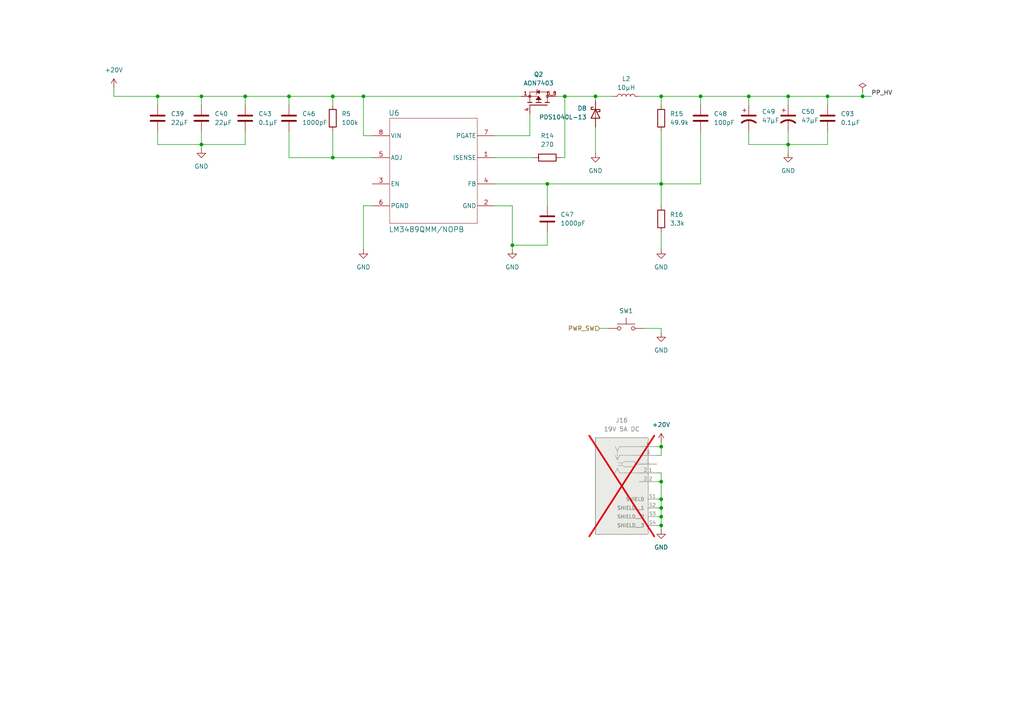
<source format=kicad_sch>
(kicad_sch (version 20231120) (generator "eeschema") (generator_version "8.0")
  (paper "A4")
  (lib_symbols
    (symbol "AON7403:AON7403" (pin_names (offset 1.016))
      (property "Reference" "Q" (at -8.89 3.81 0))
      (property "Value" "AON7403" (at -8.89 -6.35 0))
      (symbol "AON7403_0_0"
        (polyline (pts (xy 0 -2.54) (xy 0 2.54)) (stroke (width 0.254)))
        (polyline (pts (xy 0.762 -3.175) (xy 0.762 -2.54)) (stroke (width 0.254)))
        (polyline (pts (xy 0.762 -2.54) (xy 0.762 -1.905)) (stroke (width 0.254)))
        (polyline (pts (xy 0.762 -2.54) (xy 3.81 -2.54)) (stroke (width 0.1524)))
        (polyline (pts (xy 0.762 -0.762) (xy 0.762 0)) (stroke (width 0.254)))
        (polyline (pts (xy 0.762 0) (xy 0.762 0.762)) (stroke (width 0.254)))
        (polyline (pts (xy 0.762 0) (xy 2.54 0)) (stroke (width 0.1524)))
        (polyline (pts (xy 0.762 1.905) (xy 0.762 2.54)) (stroke (width 0.254)))
        (polyline (pts (xy 0.762 2.54) (xy 0.762 3.175)) (stroke (width 0.254)))
        (polyline (pts (xy 2.54 0) (xy 2.54 2.54)) (stroke (width 0.1524)))
        (polyline (pts (xy 2.54 2.54) (xy 0.762 2.54)) (stroke (width 0.1524)))
        (polyline (pts (xy 2.54 2.54) (xy 3.81 2.54)) (stroke (width 0.1524)))
        (polyline (pts (xy 3.048 0.762) (xy 3.302 0.508)) (stroke (width 0.1524)))
        (polyline (pts (xy 3.302 0.508) (xy 3.81 0.508)) (stroke (width 0.1524)))
        (polyline (pts (xy 3.81 -2.54) (xy 3.81 0.508)) (stroke (width 0.1524)))
        (polyline (pts (xy 3.81 0.508) (xy 3.81 2.54)) (stroke (width 0.1524)))
        (polyline (pts (xy 3.81 0.508) (xy 4.318 0.508)) (stroke (width 0.1524)))
        (polyline (pts (xy 4.318 0.508) (xy 4.572 0.254)) (stroke (width 0.1524)))
        (polyline (pts (xy 2.54 0) (xy 1.524 0.762) (xy 1.524 -0.762) (xy 2.54 0)) (stroke (width 0.1524)) (fill (type outline)))
        (polyline (pts (xy 3.81 0.508) (xy 4.318 -0.254) (xy 3.302 -0.254) (xy 3.81 0.508)) (stroke (width 0.1524)) (fill (type outline)))
        (circle (center 2.54 -2.54) (radius 0.3592))
        (circle (center 2.54 2.54) (radius 0.3592))
        (pin passive line (at 2.54 5.08 270) (length 2.54) (name "~") (number "1"))
        (pin passive line (at -2.54 2.54 0) (length 2.54) (name "~") (number "4"))
        (pin passive line (at 2.54 -5.08 90) (length 2.54) (name "~") (number "5_8"))
      )
    )
    (symbol "Device:C" (pin_numbers hide) (pin_names (offset 0.254))
      (property "Reference" "C" (at 0.635 2.54 0))
      (property "Value" "C" (at 0.635 -2.54 0))
      (symbol "C_0_1"
        (polyline (pts (xy -2.032 -0.762) (xy 2.032 -0.762)) (stroke (width 0.508)))
        (polyline (pts (xy -2.032 0.762) (xy 2.032 0.762)) (stroke (width 0.508)))
      )
      (symbol "C_1_1"
        (pin passive line (at 0 3.81 270) (length 2.794) (name "~") (number "1"))
        (pin passive line (at 0 -3.81 90) (length 2.794) (name "~") (number "2"))
      )
    )
    (symbol "Device:C_Polarized_US" (pin_numbers hide) (pin_names (offset 0.254) hide)
      (property "Reference" "C" (at 0.635 2.54 0))
      (property "Value" "C_Polarized_US" (at 0.635 -2.54 0))
      (symbol "C_Polarized_US_0_1"
        (polyline (pts (xy -2.032 0.762) (xy 2.032 0.762)) (stroke (width 0.508)))
        (polyline (pts (xy -1.778 2.286) (xy -0.762 2.286)))
        (polyline (pts (xy -1.27 1.778) (xy -1.27 2.794)))
        (arc (start 2.032 -1.27) (mid 0 -0.5572) (end -2.032 -1.27) (stroke (width 0.508)))
      )
      (symbol "C_Polarized_US_1_1"
        (pin passive line (at 0 3.81 270) (length 2.794) (name "~") (number "1"))
        (pin passive line (at 0 -3.81 90) (length 3.302) (name "~") (number "2"))
      )
    )
    (symbol "Device:L" (pin_numbers hide) (pin_names (offset 1.016) hide)
      (property "Reference" "L" (at -1.27 0 90))
      (property "Value" "L" (at 1.905 0 90))
      (symbol "L_0_1"
        (arc (start 0 -2.54) (mid 0.6323 -1.905) (end 0 -1.27))
        (arc (start 0 -1.27) (mid 0.6323 -0.635) (end 0 0))
        (arc (start 0 0) (mid 0.6323 0.635) (end 0 1.27))
        (arc (start 0 1.27) (mid 0.6323 1.905) (end 0 2.54))
      )
      (symbol "L_1_1"
        (pin passive line (at 0 3.81 270) (length 1.27) (name "1") (number "1"))
        (pin passive line (at 0 -3.81 90) (length 1.27) (name "2") (number "2"))
      )
    )
    (symbol "Device:R" (pin_numbers hide) (pin_names (offset 0))
      (property "Reference" "R" (at 2.032 0 90))
      (property "Value" "R" (at 0 0 90))
      (symbol "R_0_1"
        (rectangle (start -1.016 -2.54) (end 1.016 2.54) (stroke (width 0.254)))
      )
      (symbol "R_1_1"
        (pin passive line (at 0 3.81 270) (length 1.27) (name "~") (number "1"))
        (pin passive line (at 0 -3.81 90) (length 1.27) (name "~") (number "2"))
      )
    )
    (symbol "Diode:PMEG4050EP" (pin_numbers hide) (pin_names hide)
      (property "Reference" "D" (at 0 2.54 0))
      (property "Value" "PMEG4050EP" (at 0 -2.54 0))
      (symbol "PMEG4050EP_0_1"
        (polyline (pts (xy 1.27 0) (xy -1.27 0)))
        (polyline (pts (xy 1.27 1.27) (xy 1.27 -1.27) (xy -1.27 0) (xy 1.27 1.27)) (stroke (width 0.254)))
        (polyline (pts (xy -1.905 0.635) (xy -1.905 1.27) (xy -1.27 1.27) (xy -1.27 -1.27) (xy -0.635 -1.27) (xy -0.635 -0.635)) (stroke (width 0.254)))
      )
      (symbol "PMEG4050EP_1_1"
        (pin passive line (at -3.81 0 0) (length 2.54) (name "K") (number "1"))
        (pin passive line (at 3.81 0 180) (length 2.54) (name "A") (number "2"))
      )
    )
    (symbol "LM3489QMM-NOPB:LM3489QMM_NOPB" (pin_names (offset 0.254))
      (property "Reference" "U1" (at -11.43 16.764 0))
      (property "Value" "LM3489QMM/NOPB" (at -2.032 -17.018 0))
      (symbol "LM3489QMM_NOPB_0_1"
        (polyline (pts (xy -12.7 -15.24) (xy 12.7 -15.24)) (stroke (width 0.1016)))
        (polyline (pts (xy -12.7 15.24) (xy -12.7 -15.24)) (stroke (width 0.1016)))
        (polyline (pts (xy 12.7 -15.24) (xy 12.7 15.24)) (stroke (width 0.1016)))
        (polyline (pts (xy 12.7 15.24) (xy -12.7 15.24)) (stroke (width 0.1016)))
        (pin input line (at 17.78 3.81 180) (length 5.08) (name "ISENSE") (number "1"))
        (pin power_in line (at 17.78 -10.16 180) (length 5.08) (name "GND") (number "2"))
        (pin input line (at -17.78 -3.81 0) (length 5.08) (name "EN") (number "3"))
        (pin input line (at 17.78 -3.81 180) (length 5.08) (name "FB") (number "4"))
        (pin input line (at -17.78 3.81 0) (length 5.08) (name "ADJ") (number "5"))
        (pin power_in line (at -17.78 -10.16 0) (length 5.08) (name "PGND") (number "6"))
        (pin output line (at 17.78 10.16 180) (length 5.08) (name "PGATE") (number "7"))
        (pin power_in line (at -17.78 10.16 0) (length 5.08) (name "VIN") (number "8"))
      )
    )
    (symbol "PJ-096H:PJ-096H" (pin_names (offset 1.016))
      (property "Reference" "J" (at -7.7135 8.4527 0))
      (property "Value" "PJ-096H" (at -7.6972 -22.9211 0))
      (symbol "PJ-096H_0_0"
        (rectangle (start -7.62 -20.32) (end 7.62 7.62) (stroke (width 0.254)) (fill (type background)))
        (polyline (pts (xy -1.905 2.54) (xy -1.27 1.27)) (stroke (width 0.1524)))
        (polyline (pts (xy -1.905 5.08) (xy -1.27 3.81)) (stroke (width 0.1524)))
        (polyline (pts (xy -1.27 -1.27) (xy -1.905 -2.54)) (stroke (width 0.1524)))
        (polyline (pts (xy -1.27 1.27) (xy -0.635 2.54)) (stroke (width 0.1524)))
        (polyline (pts (xy -1.27 1.524) (xy -1.27 2.032)) (stroke (width 0.1524)))
        (polyline (pts (xy -1.27 2.921) (xy -1.27 2.413)) (stroke (width 0.1524)))
        (polyline (pts (xy -1.27 3.81) (xy -1.27 3.302)) (stroke (width 0.1524)))
        (polyline (pts (xy -1.27 3.81) (xy -0.635 5.08)) (stroke (width 0.1524)))
        (polyline (pts (xy -0.635 -2.54) (xy -1.27 -1.27)) (stroke (width 0.1524)))
        (polyline (pts (xy -0.635 2.54) (xy 5.08 2.54)) (stroke (width 0.1524)))
        (polyline (pts (xy -0.635 5.08) (xy 5.08 5.08)) (stroke (width 0.1524)))
        (polyline (pts (xy 0 -0.254) (xy -1.016 -0.508)) (stroke (width 0.1524)))
        (polyline (pts (xy 0 0.254) (xy -1.016 0.508)) (stroke (width 0.1524)))
        (polyline (pts (xy 0.762 -0.762) (xy 0 -0.254)) (stroke (width 0.1524)))
        (polyline (pts (xy 0.762 0.762) (xy 0 0.254)) (stroke (width 0.1524)))
        (polyline (pts (xy 3.81 -0.762) (xy 0.762 -0.762)) (stroke (width 0.1524)))
        (polyline (pts (xy 3.81 0) (xy 3.81 -0.762)) (stroke (width 0.1524)))
        (polyline (pts (xy 3.81 0) (xy 5.08 0)) (stroke (width 0.1524)))
        (polyline (pts (xy 3.81 0.762) (xy 0.762 0.762)) (stroke (width 0.1524)))
        (polyline (pts (xy 3.81 0.762) (xy 3.81 0)) (stroke (width 0.1524)))
        (polyline (pts (xy 5.08 -2.54) (xy -0.635 -2.54)) (stroke (width 0.1524)))
        (pin passive line (at 10.16 0 180) (length 5.08) (name "~") (number "1"))
        (pin passive line (at 10.16 -2.54 180) (length 5.08) (name "~") (number "2.1"))
        (pin passive line (at 10.16 -5.08 180) (length 5.08) (name "~") (number "2.2"))
        (pin passive line (at 10.16 2.54 180) (length 5.08) (name "~") (number "3"))
        (pin passive line (at 10.16 5.08 180) (length 5.08) (name "~") (number "4"))
        (pin passive line (at 10.16 -10.16 180) (length 2.54) (name "SHIELD") (number "S1"))
        (pin passive line (at 10.16 -12.7 180) (length 2.54) (name "SHIELD__1") (number "S2"))
        (pin passive line (at 10.16 -15.24 180) (length 2.54) (name "SHIELD__2") (number "S3"))
        (pin passive line (at 10.16 -17.78 180) (length 2.54) (name "SHIELD__3") (number "S4"))
      )
    )
    (symbol "Switch:SW_Push" (pin_numbers hide) (pin_names (offset 1.016) hide)
      (property "Reference" "SW" (at 1.27 2.54 0))
      (property "Value" "SW_Push" (at 0 -1.524 0))
      (symbol "SW_Push_0_1"
        (circle (center -2.032 0) (radius 0.508))
        (polyline (pts (xy 0 1.27) (xy 0 3.048)))
        (polyline (pts (xy 2.54 1.27) (xy -2.54 1.27)))
        (circle (center 2.032 0) (radius 0.508))
        (pin passive line (at -5.08 0 0) (length 2.54) (name "1") (number "1"))
        (pin passive line (at 5.08 0 180) (length 2.54) (name "2") (number "2"))
      )
    )
    (symbol "XG_Mobile:+20V" (power) (pin_numbers hide) (pin_names (offset 0) hide)
      (property "Value" "+20V" (at 0 3.556 0))
      (symbol "+20V_0_1"
        (polyline (pts (xy -0.762 1.27) (xy 0 2.54)))
        (polyline (pts (xy 0 0) (xy 0 2.54)))
        (polyline (pts (xy 0 2.54) (xy 0.762 1.27)))
      )
      (symbol "+20V_1_1"
        (pin power_in line (at 0 0 90) (length 0) (name "~") (number "1"))
      )
    )
    (symbol "power:GND" (power) (pin_numbers hide) (pin_names (offset 0) hide)
      (property "Value" "GND" (at 0 -3.81 0))
      (symbol "GND_0_1"
        (polyline (pts (xy 0 0) (xy 0 -1.27) (xy 1.27 -1.27) (xy 0 -2.54) (xy -1.27 -1.27) (xy 0 -1.27)))
      )
      (symbol "GND_1_1"
        (pin power_in line (at 0 0 270) (length 0) (name "~") (number "1"))
      )
    )
    (symbol "power:PWR_FLAG" (power) (pin_numbers hide) (pin_names (offset 0) hide)
      (property "Value" "PWR_FLAG" (at 0 3.81 0))
      (symbol "PWR_FLAG_0_0"
        (pin power_out line (at 0 0 90) (length 0) (name "~") (number "1"))
      )
      (symbol "PWR_FLAG_0_1"
        (polyline (pts (xy 0 0) (xy 0 1.27) (xy -1.016 1.905) (xy 0 2.54) (xy 1.016 1.905) (xy 0 1.27)))
      )
    )
  )
  (junction (at 83.82 27.94))
  (junction (at 191.77 139.7))
  (junction (at 191.77 144.78))
  (junction (at 148.59 71.12))
  (junction (at 163.83 27.94))
  (junction (at 217.17 27.94))
  (junction (at 203.2 27.94))
  (junction (at 58.42 41.91))
  (junction (at 96.52 27.94))
  (junction (at 71.12 27.94))
  (junction (at 191.77 152.4))
  (junction (at 191.77 147.32))
  (junction (at 58.42 27.94))
  (junction (at 45.72 27.94))
  (junction (at 228.6 41.91))
  (junction (at 240.03 27.94))
  (junction (at 191.77 149.86))
  (junction (at 191.77 53.34))
  (junction (at 191.77 27.94))
  (junction (at 172.72 27.94))
  (junction (at 105.41 27.94))
  (junction (at 191.77 129.54))
  (junction (at 96.52 45.72))
  (junction (at 158.75 53.34))
  (junction (at 250.19 27.94))
  (junction (at 228.6 27.94))
  (wire (pts (xy 185.42 27.94) (xy 191.77 27.94)))
  (wire (pts (xy 58.42 27.94) (xy 71.12 27.94)))
  (wire (pts (xy 143.51 39.37) (xy 153.67 39.37)))
  (wire (pts (xy 228.6 38.1) (xy 228.6 41.91)))
  (wire (pts (xy 107.95 59.69) (xy 105.41 59.69)))
  (wire (pts (xy 217.17 27.94) (xy 217.17 30.48)))
  (wire (pts (xy 191.77 144.78) (xy 191.77 147.32)))
  (wire (pts (xy 71.12 41.91) (xy 58.42 41.91)))
  (wire (pts (xy 163.83 27.94) (xy 163.83 45.72)))
  (wire (pts (xy 172.72 36.83) (xy 172.72 44.45)))
  (wire (pts (xy 228.6 27.94) (xy 240.03 27.94)))
  (wire (pts (xy 190.5 149.86) (xy 191.77 149.86)))
  (wire (pts (xy 45.72 41.91) (xy 58.42 41.91)))
  (wire (pts (xy 191.77 137.16) (xy 191.77 139.7)))
  (wire (pts (xy 228.6 41.91) (xy 228.6 44.45)))
  (wire (pts (xy 217.17 38.1) (xy 217.17 41.91)))
  (wire (pts (xy 191.77 128.27) (xy 191.77 129.54)))
  (wire (pts (xy 71.12 27.94) (xy 83.82 27.94)))
  (wire (pts (xy 172.72 27.94) (xy 172.72 29.21)))
  (wire (pts (xy 191.77 149.86) (xy 191.77 152.4)))
  (wire (pts (xy 71.12 38.1) (xy 71.12 41.91)))
  (wire (pts (xy 105.41 27.94) (xy 151.13 27.94)))
  (wire (pts (xy 217.17 27.94) (xy 228.6 27.94)))
  (wire (pts (xy 143.51 59.69) (xy 148.59 59.69)))
  (wire (pts (xy 240.03 38.1) (xy 240.03 41.91)))
  (wire (pts (xy 191.77 53.34) (xy 203.2 53.34)))
  (wire (pts (xy 161.29 27.94) (xy 163.83 27.94)))
  (wire (pts (xy 240.03 27.94) (xy 250.19 27.94)))
  (wire (pts (xy 190.5 139.7) (xy 191.77 139.7)))
  (wire (pts (xy 143.51 45.72) (xy 154.94 45.72)))
  (wire (pts (xy 190.5 152.4) (xy 191.77 152.4)))
  (wire (pts (xy 83.82 38.1) (xy 83.82 45.72)))
  (wire (pts (xy 105.41 27.94) (xy 105.41 39.37)))
  (wire (pts (xy 45.72 30.48) (xy 45.72 27.94)))
  (wire (pts (xy 96.52 27.94) (xy 105.41 27.94)))
  (wire (pts (xy 158.75 53.34) (xy 191.77 53.34)))
  (wire (pts (xy 105.41 59.69) (xy 105.41 72.39)))
  (wire (pts (xy 163.83 27.94) (xy 172.72 27.94)))
  (wire (pts (xy 45.72 27.94) (xy 58.42 27.94)))
  (wire (pts (xy 148.59 59.69) (xy 148.59 71.12)))
  (wire (pts (xy 186.69 95.25) (xy 191.77 95.25)))
  (wire (pts (xy 240.03 41.91) (xy 228.6 41.91)))
  (wire (pts (xy 191.77 59.69) (xy 191.77 53.34)))
  (wire (pts (xy 190.5 129.54) (xy 191.77 129.54)))
  (wire (pts (xy 203.2 38.1) (xy 203.2 53.34)))
  (wire (pts (xy 158.75 67.31) (xy 158.75 71.12)))
  (wire (pts (xy 33.02 27.94) (xy 45.72 27.94)))
  (wire (pts (xy 83.82 27.94) (xy 83.82 30.48)))
  (wire (pts (xy 190.5 132.08) (xy 191.77 132.08)))
  (wire (pts (xy 190.5 144.78) (xy 191.77 144.78)))
  (wire (pts (xy 228.6 27.94) (xy 228.6 30.48)))
  (wire (pts (xy 58.42 27.94) (xy 58.42 30.48)))
  (wire (pts (xy 96.52 45.72) (xy 107.95 45.72)))
  (wire (pts (xy 191.77 27.94) (xy 191.77 30.48)))
  (wire (pts (xy 191.77 132.08) (xy 191.77 129.54)))
  (wire (pts (xy 191.77 139.7) (xy 191.77 144.78)))
  (wire (pts (xy 58.42 38.1) (xy 58.42 41.91)))
  (wire (pts (xy 190.5 137.16) (xy 191.77 137.16)))
  (wire (pts (xy 217.17 41.91) (xy 228.6 41.91)))
  (wire (pts (xy 158.75 59.69) (xy 158.75 53.34)))
  (wire (pts (xy 153.67 33.02) (xy 153.67 39.37)))
  (wire (pts (xy 240.03 27.94) (xy 240.03 30.48)))
  (wire (pts (xy 158.75 71.12) (xy 148.59 71.12)))
  (wire (pts (xy 105.41 39.37) (xy 107.95 39.37)))
  (wire (pts (xy 158.75 53.34) (xy 143.51 53.34)))
  (wire (pts (xy 191.77 95.25) (xy 191.77 96.52)))
  (wire (pts (xy 250.19 27.94) (xy 252.73 27.94)))
  (wire (pts (xy 83.82 45.72) (xy 96.52 45.72)))
  (wire (pts (xy 172.72 27.94) (xy 177.8 27.94)))
  (wire (pts (xy 191.77 38.1) (xy 191.77 53.34)))
  (wire (pts (xy 58.42 41.91) (xy 58.42 43.18)))
  (wire (pts (xy 203.2 27.94) (xy 203.2 30.48)))
  (wire (pts (xy 96.52 38.1) (xy 96.52 45.72)))
  (wire (pts (xy 96.52 27.94) (xy 96.52 30.48)))
  (wire (pts (xy 148.59 71.12) (xy 148.59 72.39)))
  (wire (pts (xy 203.2 27.94) (xy 217.17 27.94)))
  (wire (pts (xy 190.5 147.32) (xy 191.77 147.32)))
  (wire (pts (xy 191.77 27.94) (xy 203.2 27.94)))
  (wire (pts (xy 173.99 95.25) (xy 176.53 95.25)))
  (wire (pts (xy 191.77 147.32) (xy 191.77 149.86)))
  (wire (pts (xy 33.02 27.94) (xy 33.02 25.4)))
  (wire (pts (xy 83.82 27.94) (xy 96.52 27.94)))
  (wire (pts (xy 71.12 27.94) (xy 71.12 30.48)))
  (wire (pts (xy 191.77 67.31) (xy 191.77 72.39)))
  (wire (pts (xy 191.77 152.4) (xy 191.77 153.67)))
  (wire (pts (xy 162.56 45.72) (xy 163.83 45.72)))
  (wire (pts (xy 250.19 26.67) (xy 250.19 27.94)))
  (wire (pts (xy 45.72 38.1) (xy 45.72 41.91)))
  (label "PP_HV" (at 252.73 27.94 0))
  (hierarchical_label "PWR_SW" (shape input) (at 173.99 95.25 180))
  (symbol (lib_id "power:GND") (at 148.59 72.39 0) (unit 1)
    (property "Reference" "#PWR074" (effects (hide yes)))
    (property "Value" "GND" (at 148.59 77.47 0))
    (property "Description" "Power symbol creates a global label with name \"GND\" , ground" (effects (hide yes)))
  )
  (symbol (lib_id "Device:C_Polarized_US") (at 217.17 34.29 0) (unit 1)
    (property "Reference" "C49" (at 220.98 32.3849 0) (effects (justify left)))
    (property "Value" "47µF" (at 220.98 34.9249 0) (effects (justify left)))
    (property "Footprint" "Capacitor_Tantalum_SMD:CP_EIA-7343-43_Kemet-X" (effects (hide yes)))
    (property "Description" "Polarized capacitor, US symbol" (effects (hide yes)))
    (property "Part_Number" "T491X476K035AT" (effects (hide yes)))
    (property "LCSC" "C87110" (effects (hide yes)))
  )
  (symbol (lib_id "Device:C_Polarized_US") (at 228.6 34.29 0) (unit 1)
    (property "Reference" "C50" (at 232.41 32.3849 0) (effects (justify left)))
    (property "Value" "47µF" (at 232.41 34.9249 0) (effects (justify left)))
    (property "Footprint" "Capacitor_Tantalum_SMD:CP_EIA-7343-43_Kemet-X" (effects (hide yes)))
    (property "Description" "Polarized capacitor, US symbol" (effects (hide yes)))
    (property "Part_Number" "T491X476K035AT" (effects (hide yes)))
    (property "LCSC" "C87110" (effects (hide yes)))
  )
  (symbol (lib_id "Device:L") (at 181.61 27.94 90) (unit 1)
    (property "Reference" "L2" (at 181.61 22.86 90))
    (property "Value" "10µH" (at 181.61 25.4 90))
    (property "Footprint" "Inductor_SMD:L_Abracon_ASPI-0630LR" (effects (hide yes)))
    (property "Description" "Inductor" (effects (hide yes)))
    (property "Part_Number" "YSPI0730-100M" (effects (hide yes)))
  )
  (symbol (lib_id "XG_Mobile:+20V") (at 33.02 25.4 0) (unit 1)
    (property "Reference" "#PWR071" (effects (hide yes)))
    (property "Value" "+20V" (at 33.02 20.32 0))
    (property "Description" "Power symbol creates a global label with name \"+20V\"" (effects (hide yes)))
  )
  (symbol (lib_id "power:GND") (at 228.6 44.45 0) (unit 1)
    (property "Reference" "#PWR092" (effects (hide yes)))
    (property "Value" "GND" (at 228.6 49.53 0))
    (property "Description" "Power symbol creates a global label with name \"GND\" , ground" (effects (hide yes)))
  )
  (symbol (lib_id "Device:C") (at 158.75 63.5 0) (unit 1)
    (property "Reference" "C47" (at 162.56 62.2299 0) (effects (justify left)))
    (property "Value" "1000pF" (at 162.56 64.7699 0) (effects (justify left)))
    (property "Footprint" "Capacitor_SMD:C_0402_1005Metric" (effects (hide yes)))
    (property "Description" "X7R" (effects (hide yes)))
    (property "Part_Number" "0402B102K500NT" (effects (hide yes)))
    (property "LCSC" "C1523" (effects (hide yes)))
  )
  (symbol (lib_id "Device:R") (at 191.77 34.29 0) (unit 1)
    (property "Reference" "R15" (at 194.31 33.0199 0) (effects (justify left)))
    (property "Value" "49.9k" (at 194.31 35.5599 0) (effects (justify left)))
    (property "Footprint" "Resistor_SMD:R_0402_1005Metric" (effects (hide yes)))
    (property "Description" "Resistor" (effects (hide yes)))
    (property "Part_Number" "0402WGF4992TCE" (effects (hide yes)))
    (property "LCSC" "C25897" (effects (hide yes)))
  )
  (symbol (lib_id "Device:C") (at 45.72 34.29 0) (unit 1)
    (property "Reference" "C39" (at 49.53 33.0199 0) (effects (justify left)))
    (property "Value" "22µF" (at 49.53 35.5599 0) (effects (justify left)))
    (property "Footprint" "Capacitor_SMD:C_0805_2012Metric" (effects (hide yes)))
    (property "Description" "X5R" (effects (hide yes)))
    (property "Part_Number" "CL21A226MAQNNNE" (effects (hide yes)))
    (property "LCSC" "C45783" (effects (hide yes)))
  )
  (symbol (lib_id "power:PWR_FLAG") (at 250.19 26.67 0) (unit 1)
    (property "Reference" "#FLG05" (effects (hide yes)))
    (property "Value" "PWR_FLAG" (effects (hide yes)))
    (property "Description" "Special symbol for telling ERC where power comes from" (effects (hide yes)))
  )
  (symbol (lib_id "power:GND") (at 105.41 72.39 0) (unit 1)
    (property "Reference" "#PWR073" (effects (hide yes)))
    (property "Value" "GND" (at 105.41 77.47 0))
    (property "Description" "Power symbol creates a global label with name \"GND\" , ground" (effects (hide yes)))
  )
  (symbol (lib_id "Device:C") (at 240.03 34.29 0) (unit 1)
    (property "Reference" "C93" (at 243.84 33.0199 0) (effects (justify left)))
    (property "Value" "0.1µF" (at 243.84 35.5599 0) (effects (justify left)))
    (property "Footprint" "Capacitor_SMD:C_0402_1005Metric" (effects (hide yes)))
    (property "Description" "X5R" (effects (hide yes)))
    (property "Part_Number" "CL05B104KB54PNC" (effects (hide yes)))
    (property "LCSC" "C307331" (effects (hide yes)))
  )
  (symbol (lib_id "Switch:SW_Push") (at 181.61 95.25 0) (unit 1)
    (property "Reference" "SW1" (at 181.61 90.17 0))
    (property "Value" "SW_Push" (effects (hide yes)))
    (property "Footprint" "Button_Switch_SMD:SW_SPST_SKQG_WithStem" (effects (hide yes)))
    (property "Description" "Push button switch, generic, two pins" (effects (hide yes)))
    (property "Part_Number" "TS-1187A-B-A-B" (effects (hide yes)))
    (property "LCSC" "C318884" (effects (hide yes)))
  )
  (symbol (lib_id "LM3489QMM-NOPB:LM3489QMM_NOPB") (at 125.73 49.53 0) (unit 1)
    (property "Reference" "U6" (at 114.3 32.766 0) (effects (font (size 1.524 1.524))))
    (property "Value" "LM3489QMM/NOPB" (at 123.698 66.548 0) (effects (font (size 1.524 1.524))))
    (property "Footprint" "LM3489QMM-NOPB" (effects (hide yes)))
    (property "Datasheet" "LM3489QMM/NOPB" (effects (hide yes)))
    (property "Part_Number" "LM3489QMM/NOPB" (effects (hide yes)))
    (property "LCSC" "C2862414" (effects (hide yes)))
  )
  (symbol (lib_id "Device:R") (at 96.52 34.29 0) (unit 1)
    (property "Reference" "R5" (at 99.06 33.0199 0) (effects (justify left)))
    (property "Value" "100k" (at 99.06 35.5599 0) (effects (justify left)))
    (property "Footprint" "Resistor_SMD:R_0402_1005Metric" (effects (hide yes)))
    (property "Description" "Resistor" (effects (hide yes)))
    (property "Part_Number" "0402WGF1003TCE" (effects (hide yes)))
    (property "LCSC" "C25741" (effects (hide yes)))
  )
  (symbol (lib_id "Diode:PMEG4050EP") (at 172.72 33.02 90) (mirror x) (unit 1)
    (property "Reference" "D8" (at 170.18 31.4324 90) (effects (justify left)))
    (property "Value" "PDS1040L-13" (at 170.18 33.9724 90) (effects (justify left)))
    (property "Footprint" "Diode_SMD:D_PowerDI-5" (effects (hide yes)))
    (property "Datasheet" "https://assets.nexperia.com/documents/data-sheet/PMEG4050EP.pdf" (effects (hide yes)))
    (property "Description" "40V, 10A Schottky barrier rectifier" (effects (hide yes)))
    (property "Part_Number" "PDS1040L-13" (effects (hide yes)))
    (property "LCSC" "C154714" (effects (hide yes)))
  )
  (symbol (lib_id "power:GND") (at 172.72 44.45 0) (unit 1)
    (property "Reference" "#PWR091" (effects (hide yes)))
    (property "Value" "GND" (at 172.72 49.53 0))
    (property "Description" "Power symbol creates a global label with name \"GND\" , ground" (effects (hide yes)))
  )
  (symbol (lib_id "power:GND") (at 58.42 43.18 0) (unit 1)
    (property "Reference" "#PWR072" (effects (hide yes)))
    (property "Value" "GND" (at 58.42 48.26 0))
    (property "Description" "Power symbol creates a global label with name \"GND\" , ground" (effects (hide yes)))
  )
  (symbol (lib_id "Device:C") (at 58.42 34.29 0) (unit 1)
    (property "Reference" "C40" (at 62.23 33.0199 0) (effects (justify left)))
    (property "Value" "22µF" (at 62.23 35.5599 0) (effects (justify left)))
    (property "Footprint" "Capacitor_SMD:C_0805_2012Metric" (effects (hide yes)))
    (property "Description" "X5R" (effects (hide yes)))
    (property "Part_Number" "CL21A226MAQNNNE" (effects (hide yes)))
    (property "LCSC" "C45783" (effects (hide yes)))
  )
  (symbol (lib_id "Device:C") (at 203.2 34.29 0) (unit 1)
    (property "Reference" "C48" (at 207.01 33.0199 0) (effects (justify left)))
    (property "Value" "100pF" (at 207.01 35.5599 0) (effects (justify left)))
    (property "Footprint" "Capacitor_SMD:C_0402_1005Metric" (effects (hide yes)))
    (property "Description" "X7R" (effects (hide yes)))
    (property "Part_Number" "0402CG101J500NT" (effects (hide yes)))
    (property "LCSC" "C1546" (effects (hide yes)))
  )
  (symbol (lib_id "Device:R") (at 158.75 45.72 90) (unit 1)
    (property "Reference" "R14" (at 158.75 39.37 90))
    (property "Value" "270" (at 158.75 41.91 90))
    (property "Footprint" "Resistor_SMD:R_0603_1608Metric" (effects (hide yes)))
    (property "Description" "Resistor" (effects (hide yes)))
    (property "Part_Number" "0603WAF2700T5E" (effects (hide yes)))
    (property "LCSC" "C22966" (effects (hide yes)))
  )
  (symbol (lib_id "Device:C") (at 83.82 34.29 0) (unit 1)
    (property "Reference" "C46" (at 87.63 33.0199 0) (effects (justify left)))
    (property "Value" "1000pF" (at 87.63 35.5599 0) (effects (justify left)))
    (property "Footprint" "Capacitor_SMD:C_0402_1005Metric" (effects (hide yes)))
    (property "Description" "X7R" (effects (hide yes)))
    (property "Part_Number" "0402B102K500NT" (effects (hide yes)))
    (property "LCSC" "C1523" (effects (hide yes)))
  )
  (symbol (lib_id "power:GND") (at 191.77 72.39 0) (unit 1)
    (property "Reference" "#PWR093" (effects (hide yes)))
    (property "Value" "GND" (at 191.77 77.47 0))
    (property "Description" "Power symbol creates a global label with name \"GND\" , ground" (effects (hide yes)))
  )
  (symbol (lib_id "PJ-096H:PJ-096H") (at 180.34 134.62 0) (unit 1) (dnp yes)
    (property "Reference" "J16" (at 180.34 121.92 0))
    (property "Value" "19V 5A DC" (at 180.34 124.46 0))
    (property "Footprint" "PJ-096H:CUI_PJ-096H" (effects (hide yes)))
    (property "Description" "DC Barrel Jack" (effects (hide yes)))
    (property "Part_Number" "PJ-096H" (effects (hide yes)))
    (property "PARTREV" "1.0" (effects (hide yes)))
    (property "STANDARD" "Manufacturer Recommendations" (effects (hide yes)))
    (property "MANUFACTURER" "CUI" (effects (hide yes)))
  )
  (symbol (lib_id "XG_Mobile:+20V") (at 191.77 128.27 0) (unit 1)
    (property "Reference" "#PWR0105" (effects (hide yes)))
    (property "Value" "+20V" (at 191.77 123.19 0))
    (property "Description" "Power symbol creates a global label with name \"+20V\"" (effects (hide yes)))
  )
  (symbol (lib_id "power:GND") (at 191.77 96.52 0) (unit 1)
    (property "Reference" "#PWR097" (effects (hide yes)))
    (property "Value" "GND" (at 191.77 101.6 0))
    (property "Description" "Power symbol creates a global label with name \"GND\" , ground" (effects (hide yes)))
  )
  (symbol (lib_id "AON7403:AON7403") (at 156.21 30.48 90) (unit 1)
    (property "Reference" "Q2" (at 156.21 21.59 90))
    (property "Value" "AON7403" (at 156.21 24.13 90))
    (property "Footprint" "AON7403:TRANS_AON7403" (effects (hide yes)))
    (property "PARTREV" "G" (effects (hide yes)))
    (property "STANDARD" "Manufacturer Recommendations" (effects (hide yes)))
    (property "MAXIMUM_PACKAGE_HEIGHT" "0.9 mm" (effects (hide yes)))
    (property "MANUFACTURER" "Alpha & Omega" (effects (hide yes)))
    (property "Part_Number" "AON7403" (effects (hide yes)))
    (property "LCSC" "C115841" (effects (hide yes)))
  )
  (symbol (lib_id "power:GND") (at 191.77 153.67 0) (mirror y) (unit 1)
    (property "Reference" "#PWR0104" (effects (hide yes)))
    (property "Value" "GND" (at 191.77 158.75 0))
    (property "Description" "Power symbol creates a global label with name \"GND\" , ground" (effects (hide yes)))
  )
  (symbol (lib_id "Device:C") (at 71.12 34.29 0) (unit 1)
    (property "Reference" "C43" (at 74.93 33.0199 0) (effects (justify left)))
    (property "Value" "0.1µF" (at 74.93 35.5599 0) (effects (justify left)))
    (property "Footprint" "Capacitor_SMD:C_0402_1005Metric" (effects (hide yes)))
    (property "Description" "X7R" (effects (hide yes)))
    (property "Part_Number" "CL05B104KB54PNC" (effects (hide yes)))
    (property "LCSC" "C307331" (effects (hide yes)))
  )
  (symbol (lib_id "Device:R") (at 191.77 63.5 180) (unit 1)
    (property "Reference" "R16" (at 194.31 62.2299 0) (effects (justify right)))
    (property "Value" "3.3k" (at 194.31 64.7699 0) (effects (justify right)))
    (property "Footprint" "Resistor_SMD:R_0402_1005Metric" (effects (hide yes)))
    (property "Description" "Resistor" (effects (hide yes)))
    (property "Part_Number" "0402WGF3301TCE" (effects (hide yes)))
    (property "LCSC" "C25890" (effects (hide yes)))
  )
)
</source>
